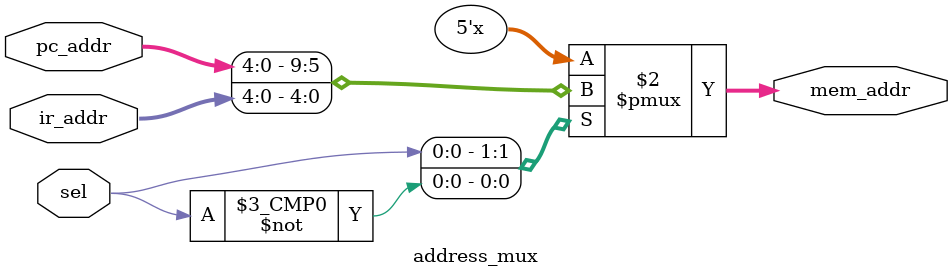
<source format=v>
`timescale 1ns / 1ps


module address_mux #(
    parameter ADDR_WIDTH = 5  // Độ rộng địa chỉ mặc định là 5 bit
) (
    input [ADDR_WIDTH-1:0] pc_addr,      // Địa chỉ từ Program Counter
    input [ADDR_WIDTH-1:0] ir_addr,      // Địa chỉ từ Instruction Register
    input sel,                           // Tín hiệu điều khiển chọn
    output reg [ADDR_WIDTH-1:0] mem_addr // Địa chỉ xuất ra cho Memory
);

    // Logic chọn địa chỉ
    always @(*) begin
        case (sel)
            1'b1: mem_addr = pc_addr;    // Chọn địa chỉ từ PC (nạp lệnh)
            1'b0: mem_addr = ir_addr;    // Chọn địa chỉ từ IR (thực thi lệnh)
            default: mem_addr = pc_addr; // Giá trị mặc định (tránh lỗi)
        endcase
    end

endmodule

</source>
